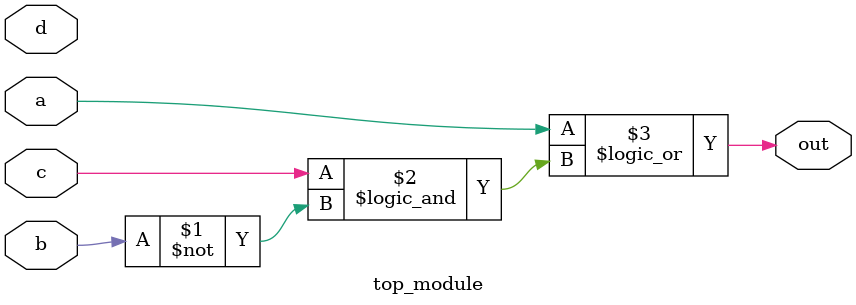
<source format=v>
module top_module(
    input a,
    input b,
    input c,
    input d,
    output out  ); 
    
    assign out = (a || (c && ~b));

endmodule

</source>
